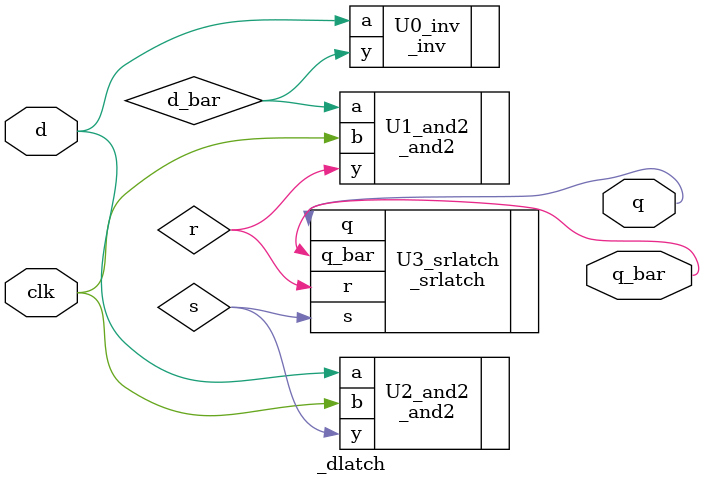
<source format=v>
module _dlatch(clk, d, q, q_bar);
	input clk, d;
	output q, q_bar;
	wire d_bar, r, s;
	
	_inv U0_inv (.a(d), .y(d_bar));
	_and2 U1_and2 (.a(d_bar), .b(clk), .y(r)); // clk과 d_bar가 두 1이 되면 reset을 1로 함
	_and2 U2_and2 (.a(d), .b(clk), .y(s));			// d와 clk가 모두 1이 되면 set을 1로 함 
	_srlatch U3_srlatch (.s(s), .r(r), .q(q), .q_bar(q_bar)); // set, reset을 sraltch에 넣어서 Q와 ~Q를 출력함.
endmodule

</source>
